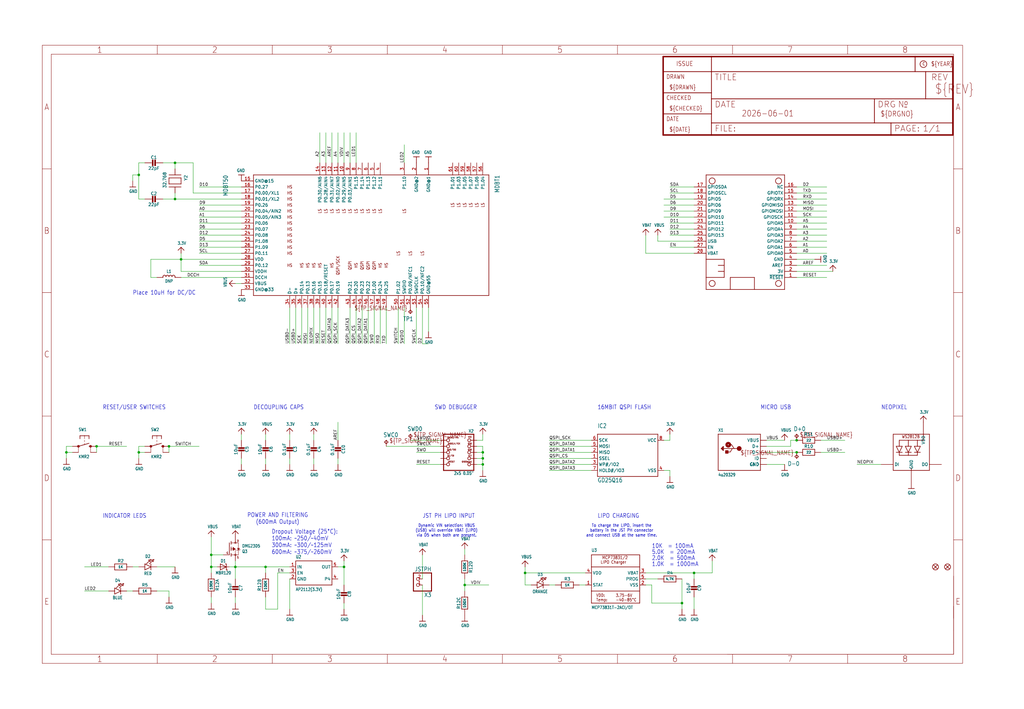
<source format=kicad_sch>
(kicad_sch (version 20230121) (generator eeschema)
  (paper "User" 430.962 298.602)
  (junction (at 111.76 238.76))
  (junction (at 99.06 238.76))
  (junction (at 335.28 190.5))
  (junction (at 71.12 187.96))
  (junction (at 73.66 83.82))
  (junction (at 40.64 187.96))
  (junction (at 203.2 193.04))
  (junction (at 58.42 190.5))
  (junction (at 195.58 246.38))
  (junction (at 58.42 73.66))
  (junction (at 73.66 68.58))
  (junction (at 88.9 233.68))
  (junction (at 76.2 109.22))
  (junction (at 88.9 238.76))
  (junction (at 292.1 241.3))
  (junction (at 287.02 254))
  (junction (at 144.78 238.76))
  (junction (at 335.28 185.42))
  (junction (at 27.94 190.5))
  (junction (at 203.2 190.5))
  (junction (at 220.98 241.3))
  (junction (at 203.2 195.58))
  (wire (pts (xy 200.66 187.96) (xy 203.2 187.96)) (stroke (width 0.1524)))
  (wire (pts (xy 134.62 129.54) (xy 134.62 144.78)) (stroke (width 0.1524)))
  (wire (pts (xy 137.16 68.58) (xy 137.16 55.88)) (stroke (width 0.1524)))
  (wire (pts (xy 370.84 195.58) (xy 360.68 195.58)) (stroke (width 0.1524)))
  (wire (pts (xy 231.14 246.38) (xy 233.68 246.38)) (stroke (width 0.1524)))
  (wire (pts (xy 40.64 187.96) (xy 40.64 190.5)) (stroke (width 0.1524)))
  (wire (pts (xy 271.78 246.38) (xy 274.32 246.38)) (stroke (width 0.1524)))
  (wire (pts (xy 292.1 101.6) (xy 276.86 101.6)) (stroke (width 0.1524)))
  (wire (pts (xy 231.14 193.04) (xy 248.92 193.04)) (stroke (width 0.1524)))
  (wire (pts (xy 335.28 114.3) (xy 350.52 114.3)) (stroke (width 0.1524)))
  (wire (pts (xy 332.74 185.42) (xy 335.28 185.42)) (stroke (width 0.1524)))
  (wire (pts (xy 177.8 259.08) (xy 177.8 246.38)) (stroke (width 0.1524)))
  (wire (pts (xy 279.4 185.42) (xy 281.94 185.42)) (stroke (width 0.1524)))
  (wire (pts (xy 27.94 190.5) (xy 27.94 193.04)) (stroke (width 0.1524)))
  (wire (pts (xy 60.96 187.96) (xy 58.42 187.96)) (stroke (width 0.1524)))
  (wire (pts (xy 231.14 190.5) (xy 248.92 190.5)) (stroke (width 0.1524)))
  (wire (pts (xy 279.4 86.36) (xy 292.1 86.36)) (stroke (width 0.1524)))
  (wire (pts (xy 142.24 238.76) (xy 144.78 238.76)) (stroke (width 0.1524)))
  (wire (pts (xy 287.02 254) (xy 287.02 256.54)) (stroke (width 0.1524)))
  (wire (pts (xy 101.6 111.76) (xy 83.82 111.76)) (stroke (width 0.1524)))
  (wire (pts (xy 274.32 254) (xy 287.02 254)) (stroke (width 0.1524)))
  (wire (pts (xy 40.64 187.96) (xy 53.34 187.96)) (stroke (width 0.1524)))
  (wire (pts (xy 101.6 78.74) (xy 83.82 78.74)) (stroke (width 0.1524)))
  (wire (pts (xy 292.1 78.74) (xy 281.94 78.74)) (stroke (width 0.1524)))
  (wire (pts (xy 58.42 83.82) (xy 60.96 83.82)) (stroke (width 0.1524)))
  (wire (pts (xy 53.34 248.92) (xy 55.88 248.92)) (stroke (width 0.1524)))
  (wire (pts (xy 347.98 88.9) (xy 335.28 88.9)) (stroke (width 0.1524)))
  (wire (pts (xy 195.58 243.84) (xy 195.58 246.38)) (stroke (width 0.1524)))
  (wire (pts (xy 160.02 129.54) (xy 160.02 144.78)) (stroke (width 0.1524)))
  (wire (pts (xy 121.92 144.78) (xy 121.92 129.54)) (stroke (width 0.1524)))
  (wire (pts (xy 299.72 236.22) (xy 299.72 241.3)) (stroke (width 0.1524)))
  (wire (pts (xy 144.78 254) (xy 144.78 256.54)) (stroke (width 0.1524)))
  (wire (pts (xy 195.58 231.14) (xy 195.58 233.68)) (stroke (width 0.1524)))
  (wire (pts (xy 116.84 241.3) (xy 116.84 256.54)) (stroke (width 0.1524)))
  (wire (pts (xy 111.76 256.54) (xy 111.76 251.46)) (stroke (width 0.1524)))
  (wire (pts (xy 271.78 106.68) (xy 271.78 99.06)) (stroke (width 0.1524)))
  (wire (pts (xy 27.94 187.96) (xy 27.94 190.5)) (stroke (width 0.1524)))
  (wire (pts (xy 30.48 190.5) (xy 27.94 190.5)) (stroke (width 0.1524)))
  (wire (pts (xy 149.86 144.78) (xy 149.86 129.54)) (stroke (width 0.1524)))
  (wire (pts (xy 111.76 185.42) (xy 111.76 182.88)) (stroke (width 0.1524)))
  (wire (pts (xy 124.46 129.54) (xy 124.46 144.78)) (stroke (width 0.1524)))
  (wire (pts (xy 276.86 101.6) (xy 276.86 99.06)) (stroke (width 0.1524)))
  (wire (pts (xy 279.4 88.9) (xy 292.1 88.9)) (stroke (width 0.1524)))
  (wire (pts (xy 292.1 241.3) (xy 271.78 241.3)) (stroke (width 0.1524)))
  (wire (pts (xy 335.28 111.76) (xy 347.98 111.76)) (stroke (width 0.1524)))
  (wire (pts (xy 101.6 119.38) (xy 99.06 119.38)) (stroke (width 0.1524)))
  (wire (pts (xy 60.96 68.58) (xy 58.42 68.58)) (stroke (width 0.1524)))
  (wire (pts (xy 139.7 144.78) (xy 139.7 129.54)) (stroke (width 0.1524)))
  (wire (pts (xy 101.6 104.14) (xy 83.82 104.14)) (stroke (width 0.1524)))
  (wire (pts (xy 139.7 68.58) (xy 139.7 55.88)) (stroke (width 0.1524)))
  (wire (pts (xy 335.28 106.68) (xy 347.98 106.68)) (stroke (width 0.1524)))
  (wire (pts (xy 88.9 254) (xy 88.9 251.46)) (stroke (width 0.1524)))
  (wire (pts (xy 292.1 106.68) (xy 271.78 106.68)) (stroke (width 0.1524)))
  (wire (pts (xy 335.28 99.06) (xy 347.98 99.06)) (stroke (width 0.1524)))
  (wire (pts (xy 335.28 96.52) (xy 347.98 96.52)) (stroke (width 0.1524)))
  (wire (pts (xy 66.04 248.92) (xy 71.12 248.92)) (stroke (width 0.1524)))
  (wire (pts (xy 335.28 83.82) (xy 347.98 83.82)) (stroke (width 0.1524)))
  (wire (pts (xy 170.18 68.58) (xy 170.18 60.96)) (stroke (width 0.1524)))
  (wire (pts (xy 200.66 185.42) (xy 203.2 185.42)) (stroke (width 0.1524)))
  (wire (pts (xy 73.66 68.58) (xy 73.66 71.12)) (stroke (width 0.1524)))
  (wire (pts (xy 121.92 193.04) (xy 121.92 195.58)) (stroke (width 0.1524)))
  (wire (pts (xy 292.1 241.3) (xy 299.72 241.3)) (stroke (width 0.1524)))
  (wire (pts (xy 63.5 109.22) (xy 76.2 109.22)) (stroke (width 0.1524)))
  (wire (pts (xy 76.2 114.3) (xy 76.2 109.22)) (stroke (width 0.1524)))
  (wire (pts (xy 274.32 246.38) (xy 274.32 254)) (stroke (width 0.1524)))
  (wire (pts (xy 132.08 193.04) (xy 132.08 195.58)) (stroke (width 0.1524)))
  (wire (pts (xy 154.94 129.54) (xy 154.94 144.78)) (stroke (width 0.1524)))
  (wire (pts (xy 99.06 238.76) (xy 111.76 238.76)) (stroke (width 0.1524)))
  (wire (pts (xy 91.44 238.76) (xy 88.9 238.76)) (stroke (width 0.1524)))
  (wire (pts (xy 167.64 129.54) (xy 167.64 144.78)) (stroke (width 0.1524)))
  (wire (pts (xy 335.28 101.6) (xy 347.98 101.6)) (stroke (width 0.1524)))
  (wire (pts (xy 220.98 238.76) (xy 220.98 241.3)) (stroke (width 0.1524)))
  (wire (pts (xy 121.92 243.84) (xy 121.92 256.54)) (stroke (width 0.1524)))
  (wire (pts (xy 68.58 83.82) (xy 73.66 83.82)) (stroke (width 0.1524)))
  (wire (pts (xy 144.78 68.58) (xy 144.78 55.88)) (stroke (width 0.1524)))
  (wire (pts (xy 99.06 236.22) (xy 99.06 238.76)) (stroke (width 0.1524)))
  (wire (pts (xy 96.52 238.76) (xy 99.06 238.76)) (stroke (width 0.1524)))
  (wire (pts (xy 88.9 238.76) (xy 88.9 233.68)) (stroke (width 0.1524)))
  (wire (pts (xy 281.94 198.12) (xy 281.94 200.66)) (stroke (width 0.1524)))
  (wire (pts (xy 162.56 129.54) (xy 162.56 144.78)) (stroke (width 0.1524)))
  (wire (pts (xy 132.08 129.54) (xy 132.08 144.78)) (stroke (width 0.1524)))
  (wire (pts (xy 111.76 241.3) (xy 111.76 238.76)) (stroke (width 0.1524)))
  (wire (pts (xy 271.78 243.84) (xy 276.86 243.84)) (stroke (width 0.1524)))
  (wire (pts (xy 76.2 109.22) (xy 76.2 106.68)) (stroke (width 0.1524)))
  (wire (pts (xy 81.28 81.28) (xy 101.6 81.28)) (stroke (width 0.1524)))
  (wire (pts (xy 71.12 187.96) (xy 83.82 187.96)) (stroke (width 0.1524)))
  (wire (pts (xy 101.6 114.3) (xy 76.2 114.3)) (stroke (width 0.1524)))
  (wire (pts (xy 195.58 246.38) (xy 195.58 248.92)) (stroke (width 0.1524)))
  (wire (pts (xy 142.24 144.78) (xy 142.24 129.54)) (stroke (width 0.1524)))
  (wire (pts (xy 101.6 96.52) (xy 83.82 96.52)) (stroke (width 0.1524)))
  (wire (pts (xy 279.4 91.44) (xy 292.1 91.44)) (stroke (width 0.1524)))
  (wire (pts (xy 185.42 195.58) (xy 175.26 195.58)) (stroke (width 0.1524)))
  (wire (pts (xy 185.42 185.42) (xy 172.72 185.42)) (stroke (width 0.1524)))
  (wire (pts (xy 342.9 109.22) (xy 335.28 109.22)) (stroke (width 0.1524)))
  (wire (pts (xy 195.58 246.38) (xy 205.74 246.38)) (stroke (width 0.1524)))
  (wire (pts (xy 71.12 187.96) (xy 71.12 190.5)) (stroke (width 0.1524)))
  (wire (pts (xy 248.92 187.96) (xy 231.14 187.96)) (stroke (width 0.1524)))
  (wire (pts (xy 142.24 68.58) (xy 142.24 55.88)) (stroke (width 0.1524)))
  (wire (pts (xy 58.42 190.5) (xy 58.42 193.04)) (stroke (width 0.1524)))
  (wire (pts (xy 101.6 185.42) (xy 101.6 182.88)) (stroke (width 0.1524)))
  (wire (pts (xy 200.66 195.58) (xy 203.2 195.58)) (stroke (width 0.1524)))
  (wire (pts (xy 142.24 195.58) (xy 142.24 193.04)) (stroke (width 0.1524)))
  (wire (pts (xy 157.48 129.54) (xy 157.48 144.78)) (stroke (width 0.1524)))
  (wire (pts (xy 177.8 233.68) (xy 177.8 243.84)) (stroke (width 0.1524)))
  (wire (pts (xy 45.72 248.92) (xy 35.56 248.92)) (stroke (width 0.1524)))
  (wire (pts (xy 30.48 187.96) (xy 27.94 187.96)) (stroke (width 0.1524)))
  (wire (pts (xy 132.08 185.42) (xy 132.08 182.88)) (stroke (width 0.1524)))
  (wire (pts (xy 101.6 193.04) (xy 101.6 195.58)) (stroke (width 0.1524)))
  (wire (pts (xy 83.82 91.44) (xy 101.6 91.44)) (stroke (width 0.1524)))
  (wire (pts (xy 66.04 116.84) (xy 63.5 116.84)) (stroke (width 0.1524)))
  (wire (pts (xy 147.32 144.78) (xy 147.32 129.54)) (stroke (width 0.1524)))
  (wire (pts (xy 292.1 83.82) (xy 279.4 83.82)) (stroke (width 0.1524)))
  (wire (pts (xy 322.58 187.96) (xy 332.74 187.96)) (stroke (width 0.1524)))
  (wire (pts (xy 101.6 88.9) (xy 83.82 88.9)) (stroke (width 0.1524)))
  (wire (pts (xy 111.76 193.04) (xy 111.76 195.58)) (stroke (width 0.1524)))
  (wire (pts (xy 281.94 93.98) (xy 292.1 93.98)) (stroke (width 0.1524)))
  (wire (pts (xy 332.74 187.96) (xy 332.74 185.42)) (stroke (width 0.1524)))
  (wire (pts (xy 335.28 81.28) (xy 347.98 81.28)) (stroke (width 0.1524)))
  (wire (pts (xy 220.98 241.3) (xy 246.38 241.3)) (stroke (width 0.1524)))
  (wire (pts (xy 71.12 248.92) (xy 71.12 251.46)) (stroke (width 0.1524)))
  (wire (pts (xy 347.98 86.36) (xy 335.28 86.36)) (stroke (width 0.1524)))
  (wire (pts (xy 355.6 185.42) (xy 345.44 185.42)) (stroke (width 0.1524)))
  (wire (pts (xy 60.96 190.5) (xy 58.42 190.5)) (stroke (width 0.1524)))
  (wire (pts (xy 203.2 193.04) (xy 203.2 195.58)) (stroke (width 0.1524)))
  (wire (pts (xy 281.94 185.42) (xy 281.94 182.88)) (stroke (width 0.1524)))
  (wire (pts (xy 58.42 238.76) (xy 55.88 238.76)) (stroke (width 0.1524)))
  (wire (pts (xy 101.6 109.22) (xy 76.2 109.22)) (stroke (width 0.1524)))
  (wire (pts (xy 83.82 106.68) (xy 101.6 106.68)) (stroke (width 0.1524)))
  (wire (pts (xy 101.6 116.84) (xy 76.2 116.84)) (stroke (width 0.1524)))
  (wire (pts (xy 335.28 104.14) (xy 347.98 104.14)) (stroke (width 0.1524)))
  (wire (pts (xy 203.2 190.5) (xy 203.2 193.04)) (stroke (width 0.1524)))
  (wire (pts (xy 292.1 243.84) (xy 292.1 241.3)) (stroke (width 0.1524)))
  (wire (pts (xy 99.06 243.84) (xy 99.06 238.76)) (stroke (width 0.1524)))
  (wire (pts (xy 93.98 233.68) (xy 88.9 233.68)) (stroke (width 0.1524)))
  (wire (pts (xy 185.42 190.5) (xy 175.26 190.5)) (stroke (width 0.1524)))
  (wire (pts (xy 248.92 185.42) (xy 231.14 185.42)) (stroke (width 0.1524)))
  (wire (pts (xy 347.98 116.84) (xy 335.28 116.84)) (stroke (width 0.1524)))
  (wire (pts (xy 335.28 78.74) (xy 347.98 78.74)) (stroke (width 0.1524)))
  (wire (pts (xy 322.58 195.58) (xy 330.2 195.58)) (stroke (width 0.1524)))
  (wire (pts (xy 83.82 101.6) (xy 101.6 101.6)) (stroke (width 0.1524)))
  (wire (pts (xy 292.1 251.46) (xy 292.1 256.54)) (stroke (width 0.1524)))
  (wire (pts (xy 45.72 238.76) (xy 35.56 238.76)) (stroke (width 0.1524)))
  (wire (pts (xy 121.92 238.76) (xy 111.76 238.76)) (stroke (width 0.1524)))
  (wire (pts (xy 152.4 129.54) (xy 152.4 144.78)) (stroke (width 0.1524)))
  (wire (pts (xy 220.98 246.38) (xy 220.98 241.3)) (stroke (width 0.1524)))
  (wire (pts (xy 335.28 91.44) (xy 347.98 91.44)) (stroke (width 0.1524)))
  (wire (pts (xy 142.24 185.42) (xy 142.24 177.8)) (stroke (width 0.1524)))
  (wire (pts (xy 144.78 246.38) (xy 144.78 238.76)) (stroke (width 0.1524)))
  (wire (pts (xy 121.92 185.42) (xy 121.92 182.88)) (stroke (width 0.1524)))
  (wire (pts (xy 292.1 81.28) (xy 281.94 81.28)) (stroke (width 0.1524)))
  (wire (pts (xy 243.84 246.38) (xy 246.38 246.38)) (stroke (width 0.1524)))
  (wire (pts (xy 81.28 81.28) (xy 81.28 68.58)) (stroke (width 0.1524)))
  (wire (pts (xy 101.6 83.82) (xy 73.66 83.82)) (stroke (width 0.1524)))
  (wire (pts (xy 101.6 99.06) (xy 83.82 99.06)) (stroke (width 0.1524)))
  (wire (pts (xy 129.54 129.54) (xy 129.54 144.78)) (stroke (width 0.1524)))
  (wire (pts (xy 137.16 129.54) (xy 137.16 144.78)) (stroke (width 0.1524)))
  (wire (pts (xy 63.5 116.84) (xy 63.5 109.22)) (stroke (width 0.1524)))
  (wire (pts (xy 292.1 104.14) (xy 281.94 104.14)) (stroke (width 0.1524)))
  (wire (pts (xy 58.42 187.96) (xy 58.42 190.5)) (stroke (width 0.1524)))
  (wire (pts (xy 73.66 238.76) (xy 66.04 238.76)) (stroke (width 0.1524)))
  (wire (pts (xy 99.06 251.46) (xy 99.06 254)) (stroke (width 0.1524)))
  (wire (pts (xy 281.94 96.52) (xy 292.1 96.52)) (stroke (width 0.1524)))
  (wire (pts (xy 88.9 233.68) (xy 88.9 226.06)) (stroke (width 0.1524)))
  (wire (pts (xy 177.8 144.78) (xy 180.34 144.78)) (stroke (width 0.1524)))
  (wire (pts (xy 134.62 68.58) (xy 134.62 55.88)) (stroke (width 0.1524)))
  (wire (pts (xy 144.78 238.76) (xy 144.78 236.22)) (stroke (width 0.1524)))
  (wire (pts (xy 147.32 68.58) (xy 147.32 55.88)) (stroke (width 0.1524)))
  (wire (pts (xy 200.66 190.5) (xy 203.2 190.5)) (stroke (width 0.1524)))
  (wire (pts (xy 55.88 73.66) (xy 58.42 73.66)) (stroke (width 0.1524)))
  (wire (pts (xy 68.58 68.58) (xy 73.66 68.58)) (stroke (width 0.1524)))
  (wire (pts (xy 330.2 185.42) (xy 322.58 185.42)) (stroke (width 0.1524)))
  (wire (pts (xy 55.88 76.2) (xy 55.88 73.66)) (stroke (width 0.1524)))
  (wire (pts (xy 101.6 86.36) (xy 83.82 86.36)) (stroke (width 0.1524)))
  (wire (pts (xy 279.4 198.12) (xy 281.94 198.12)) (stroke (width 0.1524)))
  (wire (pts (xy 81.28 68.58) (xy 73.66 68.58)) (stroke (width 0.1524)))
  (wire (pts (xy 203.2 195.58) (xy 203.2 198.12)) (stroke (width 0.1524)))
  (wire (pts (xy 101.6 93.98) (xy 83.82 93.98)) (stroke (width 0.1524)))
  (wire (pts (xy 58.42 73.66) (xy 58.42 83.82)) (stroke (width 0.1524)))
  (wire (pts (xy 355.6 190.5) (xy 345.44 190.5)) (stroke (width 0.1524)))
  (wire (pts (xy 281.94 99.06) (xy 292.1 99.06)) (stroke (width 0.1524)))
  (wire (pts (xy 203.2 187.96) (xy 203.2 190.5)) (stroke (width 0.1524)))
  (wire (pts (xy 149.86 68.58) (xy 149.86 55.88)) (stroke (width 0.1524)))
  (wire (pts (xy 121.92 241.3) (xy 116.84 241.3)) (stroke (width 0.1524)))
  (wire (pts (xy 88.9 241.3) (xy 88.9 238.76)) (stroke (width 0.1524)))
  (wire (pts (xy 287.02 243.84) (xy 287.02 254)) (stroke (width 0.1524)))
  (wire (pts (xy 203.2 185.42) (xy 203.2 182.88)) (stroke (width 0.1524)))
  (wire (pts (xy 322.58 190.5) (xy 335.28 190.5)) (stroke (width 0.1524)))
  (wire (pts (xy 231.14 195.58) (xy 248.92 195.58)) (stroke (width 0.1524)))
  (wire (pts (xy 58.42 68.58) (xy 58.42 73.66)) (stroke (width 0.1524)))
  (wire (pts (xy 177.8 129.54) (xy 177.8 144.78)) (stroke (width 0.1524)))
  (wire (pts (xy 335.28 93.98) (xy 347.98 93.98)) (stroke (width 0.1524)))
  (wire (pts (xy 170.18 129.54) (xy 170.18 144.78)) (stroke (width 0.1524)))
  (wire (pts (xy 162.56 187.96) (xy 185.42 187.96)) (stroke (width 0.1524)))
  (wire (pts (xy 116.84 256.54) (xy 111.76 256.54)) (stroke (width 0.1524)))
  (wire (pts (xy 127 129.54) (xy 127 144.78)) (stroke (width 0.1524)))
  (wire (pts (xy 200.66 193.04) (xy 203.2 193.04)) (stroke (width 0.1524)))
  (wire (pts (xy 175.26 129.54) (xy 175.26 144.78)) (stroke (width 0.1524)))
  (wire (pts (xy 73.66 83.82) (xy 73.66 81.28)) (stroke (width 0.1524)))
  (wire (pts (xy 223.52 246.38) (xy 220.98 246.38)) (stroke (width 0.1524)))
  (wire (pts (xy 180.34 139.7) (xy 180.34 129.54)) (stroke (width 0.1524)))
  (wire (pts (xy 231.14 198.12) (xy 248.92 198.12)) (stroke (width 0.1524)))
  (text "16MBIT QSPI FLASH" (at 251.46 172.72 0) (effects (font (size 1.778 1.5113)) (justify left bottom)))
  (text "To charge the LIPO, insert the\nbattery in the JST PH connector\nand connect USB at the same time." (at 261.62 223.52 0) (effects (font (size 1.27 1.0795))))
  (text "Dropout Voltage (25°C):\n100mA: ~250/~40mV\n300mA: ~300/~125mV\n600mA: ~375/~260mV" (at 114.3 233.68 0) (effects (font (size 1.778 1.5113)) (justify left bottom)))
  (text "INDICATOR LEDS" (at 43.18 218.44 0) (effects (font (size 1.778 1.5113)) (justify left bottom)))
  (text "LIPO CHARGING" (at 251.46 218.44 0) (effects (font (size 1.778 1.5113)) (justify left bottom)))
  (text "Place 10uH for DC/DC" (at 55.88 124.46 0) (effects (font (size 1.778 1.5113)) (justify left bottom)))
  (text "NEOPIXEL" (at 370.84 172.72 0) (effects (font (size 1.778 1.5113)) (justify left bottom)))
  (text "JST PH LIPO INPUT" (at 177.8 218.44 0) (effects (font (size 1.778 1.5113)) (justify left bottom)))
  (text "POWER AND FILTERING\n(600mA Output)" (at 116.84 220.98 0) (effects (font (size 1.778 1.5113)) (justify bottom)))
  (text "5.0K  = 200mA" (at 274.32 233.68 0) (effects (font (size 1.778 1.5113)) (justify left bottom)))
  (text "RESET/USER SWITCHES" (at 43.18 172.72 0) (effects (font (size 1.778 1.5113)) (justify left bottom)))
  (text "1.0K  = 1000mA" (at 274.32 238.76 0) (effects (font (size 1.778 1.5113)) (justify left bottom)))
  (text "2.0K  = 500mA" (at 274.32 236.22 0) (effects (font (size 1.778 1.5113)) (justify left bottom)))
  (text "MICRO USB" (at 320.04 172.72 0) (effects (font (size 1.778 1.5113)) (justify left bottom)))
  (text "SWD DEBUGGER" (at 182.88 172.72 0) (effects (font (size 1.778 1.5113)) (justify left bottom)))
  (text "DECOUPLING CAPS" (at 106.68 172.72 0) (effects (font (size 1.778 1.5113)) (justify left bottom)))
  (text "10K  = 100mA" (at 274.32 231.14 0) (effects (font (size 1.778 1.5113)) (justify left bottom)))
  (text "Dynamic VIN selection: VBUS\n(USB) will override VBAT (LIPO)\nvia D5 when both are present." (at 187.96 223.52 0) (effects (font (size 1.27 1.0795))))
  (label "A1" (at 337.82 104.14 0) (effects (font (size 1.2446 1.2446))))
  (label "SWDIO" (at 170.18 144.78 90) (effects (font (size 1.2446 1.2446))))
  (label "D11" (at 281.94 93.98 0) (effects (font (size 1.2446 1.2446))))
  (label "A2" (at 337.82 101.6 0) (effects (font (size 1.2446 1.2446))))
  (label "A4" (at 337.82 96.52 0) (effects (font (size 1.2446 1.2446))))
  (label "RXD" (at 337.82 83.82 0) (effects (font (size 1.2446 1.2446))))
  (label "NEOPIX" (at 132.08 144.78 90) (effects (font (size 1.2446 1.2446))))
  (label "SCK" (at 127 144.78 90) (effects (font (size 1.2446 1.2446))))
  (label "A2" (at 134.62 66.04 90) (effects (font (size 1.2446 1.2446))))
  (label "DCCH" (at 78.74 116.84 0) (effects (font (size 1.2446 1.2446))))
  (label "NEOPIX" (at 360.68 195.58 0) (effects (font (size 1.2446 1.2446))))
  (label "SWDIO" (at 175.26 185.42 0) (effects (font (size 1.2446 1.2446))))
  (label "A0" (at 83.82 88.9 0) (effects (font (size 1.2446 1.2446))))
  (label "QSPI_CS" (at 231.14 193.04 0) (effects (font (size 1.2446 1.2446))))
  (label "SWITCH" (at 167.64 144.78 90) (effects (font (size 1.2446 1.2446))))
  (label "SCL" (at 83.82 106.68 0) (effects (font (size 1.2446 1.2446))))
  (label "LED1" (at 38.1 238.76 0) (effects (font (size 1.2446 1.2446))))
  (label "LED2" (at 35.56 248.92 0) (effects (font (size 1.2446 1.2446))))
  (label "D5" (at 83.82 101.6 0) (effects (font (size 1.2446 1.2446))))
  (label "A0" (at 337.82 106.68 0) (effects (font (size 1.2446 1.2446))))
  (label "SWCLK" (at 175.26 144.78 90) (effects (font (size 1.2446 1.2446))))
  (label "MOSI" (at 129.54 144.78 90) (effects (font (size 1.2446 1.2446))))
  (label "QSPI_CS" (at 149.86 144.78 90) (effects (font (size 1.2446 1.2446))))
  (label "SWO" (at 157.48 144.78 90) (effects (font (size 1.2446 1.2446))))
  (label "D9" (at 83.82 86.36 0) (effects (font (size 1.2446 1.2446))))
  (label "TXD" (at 337.82 81.28 0) (effects (font (size 1.2446 1.2446))))
  (label "A3" (at 137.16 66.04 90) (effects (font (size 1.2446 1.2446))))
  (label "USBD+" (at 347.98 185.42 0) (effects (font (size 1.2446 1.2446))))
  (label "QSPI_DATA1" (at 154.94 144.78 90) (effects (font (size 1.2446 1.2446))))
  (label "D10" (at 281.94 91.44 0) (effects (font (size 1.2446 1.2446))))
  (label "A4" (at 142.24 66.04 90) (effects (font (size 1.2446 1.2446))))
  (label "EN" (at 116.84 241.3 0) (effects (font (size 1.2446 1.2446))))
  (label "LED1" (at 149.86 66.04 90) (effects (font (size 1.2446 1.2446))))
  (label "USBD-" (at 347.98 190.5 0) (effects (font (size 1.2446 1.2446))))
  (label "QSPI_DATA2" (at 231.14 195.58 0) (effects (font (size 1.2446 1.2446))))
  (label "D10" (at 83.82 78.74 0) (effects (font (size 1.2446 1.2446))))
  (label "TXD" (at 162.56 144.78 90) (effects (font (size 1.2446 1.2446))))
  (label "AREF" (at 139.7 66.04 90) (effects (font (size 1.2446 1.2446))))
  (label "QSPI_SCK" (at 142.24 144.78 90) (effects (font (size 1.2446 1.2446))))
  (label "D12" (at 281.94 96.52 0) (effects (font (size 1.2446 1.2446))))
  (label "EN" (at 281.94 104.14 0) (effects (font (size 1.2446 1.2446))))
  (label "D13" (at 83.82 104.14 0) (effects (font (size 1.2446 1.2446))))
  (label "A1" (at 83.82 91.44 0) (effects (font (size 1.2446 1.2446))))
  (label "D6" (at 281.94 86.36 0) (effects (font (size 1.2446 1.2446))))
  (label "QSPI_SCK" (at 231.14 185.42 0) (effects (font (size 1.2446 1.2446))))
  (label "RXD" (at 160.02 144.78 90) (effects (font (size 1.2446 1.2446))))
  (label "USBD-" (at 121.92 144.78 90) (effects (font (size 1.2446 1.2446))))
  (label "SWO" (at 175.26 190.5 0) (effects (font (size 1.2446 1.2446))))
  (label "RESET" (at 337.82 116.84 0) (effects (font (size 1.2446 1.2446))))
  (label "D6" (at 83.82 96.52 0) (effects (font (size 1.2446 1.2446))))
  (label "SDA" (at 281.94 78.74 0) (effects (font (size 1.2446 1.2446))))
  (label "RESET" (at 45.72 187.96 0) (effects (font (size 1.2446 1.2446))))
  (label "QSPI_DATA1" (at 231.14 190.5 0) (effects (font (size 1.2446 1.2446))))
  (label "D11" (at 83.82 93.98 0) (effects (font (size 1.2446 1.2446))))
  (label "SWCLK" (at 175.26 187.96 0) (effects (font (size 1.2446 1.2446))))
  (label "QSPI_DATA0" (at 139.7 144.78 90) (effects (font (size 1.2446 1.2446))))
  (label "SCK" (at 337.82 91.44 0) (effects (font (size 1.2446 1.2446))))
  (label "LED2" (at 170.18 68.58 90) (effects (font (size 1.2446 1.2446))))
  (label "D5" (at 281.94 83.82 0) (effects (font (size 1.2446 1.2446))))
  (label "SWITCH" (at 73.66 187.96 0) (effects (font (size 1.2446 1.2446))))
  (label "SDA" (at 83.82 111.76 0) (effects (font (size 1.2446 1.2446))))
  (label "AREF" (at 337.82 111.76 0) (effects (font (size 1.2446 1.2446))))
  (label "A3" (at 337.82 99.06 0) (effects (font (size 1.2446 1.2446))))
  (label "A5" (at 337.82 93.98 0) (effects (font (size 1.2446 1.2446))))
  (label "USBD+" (at 124.46 144.78 90) (effects (font (size 1.2446 1.2446))))
  (label "RESET" (at 175.26 195.58 0) (effects (font (size 1.2446 1.2446))))
  (label "AREF" (at 142.24 185.42 90) (effects (font (size 1.2446 1.2446))))
  (label "D9" (at 281.94 88.9 0) (effects (font (size 1.2446 1.2446))))
  (label "QSPI_DATA2" (at 152.4 144.78 90) (effects (font (size 1.2446 1.2446))))
  (label "SCL" (at 281.94 81.28 0) (effects (font (size 1.2446 1.2446))))
  (label "D2" (at 337.82 78.74 0) (effects (font (size 1.2446 1.2446))))
  (label "VDIV" (at 144.78 66.04 90) (effects (font (size 1.2446 1.2446))))
  (label "A5" (at 147.32 66.04 90) (effects (font (size 1.2446 1.2446))))
  (label "D2" (at 177.8 144.78 90) (effects (font (size 1.2446 1.2446))))
  (label "MISO" (at 134.62 144.78 90) (effects (font (size 1.2446 1.2446))))
  (label "MOSI" (at 337.82 88.9 0) (effects (font (size 1.2446 1.2446))))
  (label "QSPI_DATA3" (at 231.14 198.12 0) (effects (font (size 1.2446 1.2446))))
  (label "RESET" (at 137.16 144.78 90) (effects (font (size 1.2446 1.2446))))
  (label "MISO" (at 337.82 86.36 0) (effects (font (size 1.2446 1.2446))))
  (label "D12" (at 83.82 99.06 0) (effects (font (size 1.2446 1.2446))))
  (label "VBUS" (at 322.58 185.42 0) (effects (font (size 1.2446 1.2446))))
  (label "VDIV" (at 198.12 246.38 0) (effects (font (size 1.2446 1.2446))))
  (label "QSPI_DATA3" (at 147.32 144.78 90) (effects (font (size 1.2446 1.2446))))
  (label "QSPI_DATA0" (at 231.14 187.96 0) (effects (font (size 1.2446 1.2446))))
  (label "D13" (at 281.94 99.06 0) (effects (font (size 1.2446 1.2446))))
  (symbol (lib_id "Adafruit nRF52840 Bluefruit Feather Express Rev D-eagle-import:CAP_CERAMIC0805-NOOUTLINE") (at 101.6 187.96 180) (unit 1)
    (property "Reference" "C5" (at 103.89 189.21 90))
    (property "Value" "10uF" (at 99.3 189.21 90))
    (property "Footprint" "Adafruit nRF52840 Bluefruit Feather Express Rev D:0805-NO" (effects hide))
  )
  (symbol (lib_id "Adafruit nRF52840 Bluefruit Feather Express Rev D-eagle-import:CAP_CERAMIC0805-NOOUTLINE") (at 292.1 246.38 180) (unit 1)
    (property "Reference" "C9" (at 294.39 247.63 90))
    (property "Value" "10uF" (at 289.8 247.63 90))
    (property "Footprint" "Adafruit nRF52840 Bluefruit Feather Express Rev D:0805-NO" (effects hide))
  )
  (symbol (lib_id "Adafruit nRF52840 Bluefruit Feather Express Rev D-eagle-import:VBUS") (at 88.9 223.52 0) (unit 1)
    (property "Reference" "#U$13" (effects hide))
    (property "Value" "VBUS" (at 87.376 222.504 0) (effects (font (size 1.27 1.0795)) (justify left bottom)))
  )
  (symbol (lib_id "Adafruit nRF52840 Bluefruit Feather Express Rev D-eagle-import:3.3V") (at 76.2 104.14 0) (unit 1)
    (property "Reference" "#U$47" (effects hide))
    (property "Value" "3.3V" (at 74.676 103.124 0) (effects (font (size 1.27 1.0795)) (justify left bottom)))
  )
  (symbol (lib_id "Adafruit nRF52840 Bluefruit Feather Express Rev D-eagle-import:GND") (at 121.92 198.12 0) (unit 1)
    (property "Reference" "#U$34" (effects hide))
    (property "Value" "GND" (at 120.396 200.66 0) (effects (font (size 1.27 1.0795)) (justify left bottom)))
  )
  (symbol (lib_id "Adafruit nRF52840 Bluefruit Feather Express Rev D-eagle-import:VBUS") (at 96.52 119.38 90) (unit 1)
    (property "Reference" "#U$23" (effects hide))
    (property "Value" "VBUS" (at 95.504 120.904 0) (effects (font (size 1.27 1.0795)) (justify left bottom)))
  )
  (symbol (lib_id "Adafruit nRF52840 Bluefruit Feather Express Rev D-eagle-import:3.3V") (at 144.78 233.68 0) (unit 1)
    (property "Reference" "#U$11" (effects hide))
    (property "Value" "3.3V" (at 143.256 232.664 0) (effects (font (size 1.27 1.0795)) (justify left bottom)))
  )
  (symbol (lib_id "Adafruit nRF52840 Bluefruit Feather Express Rev D-eagle-import:GND") (at 71.12 254 0) (unit 1)
    (property "Reference" "#U$46" (effects hide))
    (property "Value" "GND" (at 69.596 256.54 0) (effects (font (size 1.27 1.0795)) (justify left bottom)))
  )
  (symbol (lib_id "Adafruit nRF52840 Bluefruit Feather Express Rev D-eagle-import:LED0805_NOOUTLINE") (at 228.6 246.38 0) (unit 1)
    (property "Reference" "D3" (at 227.33 241.935 0) (effects (font (size 1.27 1.0795))))
    (property "Value" "ORANGE" (at 227.33 249.174 0) (effects (font (size 1.27 1.0795))))
    (property "Footprint" "Adafruit nRF52840 Bluefruit Feather Express Rev D:CHIPLED_0805_NOOUTLINE" (effects hide))
  )
  (symbol (lib_id "Adafruit nRF52840 Bluefruit Feather Express Rev D-eagle-import:USB_MICRO_20329_V2") (at 312.42 190.5 0) (unit 1)
    (property "Reference" "X1" (at 302.26 181.864 0) (effects (font (size 1.27 1.0795)) (justify left bottom)))
    (property "Value" "4u20329" (at 302.26 200.66 0) (effects (font (size 1.27 1.0795)) (justify left bottom)))
    (property "Footprint" "Adafruit nRF52840 Bluefruit Feather Express Rev D:4UCONN_20329_V2" (effects hide))
  )
  (symbol (lib_id "Adafruit nRF52840 Bluefruit Feather Express Rev D-eagle-import:GND") (at 195.58 261.62 0) (unit 1)
    (property "Reference" "#U$57" (effects hide))
    (property "Value" "GND" (at 194.056 264.16 0) (effects (font (size 1.27 1.0795)) (justify left bottom)))
  )
  (symbol (lib_id "Adafruit nRF52840 Bluefruit Feather Express Rev D-eagle-import:3.3V") (at 121.92 180.34 0) (unit 1)
    (property "Reference" "#U$32" (effects hide))
    (property "Value" "3.3V" (at 120.396 179.324 0) (effects (font (size 1.27 1.0795)) (justify left bottom)))
  )
  (symbol (lib_id "Adafruit nRF52840 Bluefruit Feather Express Rev D-eagle-import:GND") (at 180.34 142.24 0) (unit 1)
    (property "Reference" "#U$54" (effects hide))
    (property "Value" "GND" (at 178.816 144.78 0) (effects (font (size 1.27 1.0795)) (justify left bottom)))
  )
  (symbol (lib_id "Adafruit nRF52840 Bluefruit Feather Express Rev D-eagle-import:RESISTOR_0603_NOOUT") (at 340.36 190.5 0) (unit 1)
    (property "Reference" "R10" (at 340.36 187.96 0))
    (property "Value" "22" (at 340.36 190.5 0) (effects (font (size 1.016 1.016) bold)))
    (property "Footprint" "Adafruit nRF52840 Bluefruit Feather Express Rev D:0603-NO" (effects hide))
  )
  (symbol (lib_id "Adafruit nRF52840 Bluefruit Feather Express Rev D-eagle-import:FEATHERWING_NODIM") (at 330.2 121.92 90) (unit 1)
    (property "Reference" "MS1" (effects hide))
    (property "Value" "FEATHERWING_NODIM" (effects hide))
    (property "Footprint" "Adafruit nRF52840 Bluefruit Feather Express Rev D:FEATHERWING_NODIM" (effects hide))
  )
  (symbol (lib_id "Adafruit nRF52840 Bluefruit Feather Express Rev D-eagle-import:LED0805_NOOUTLINE") (at 50.8 248.92 0) (unit 1)
    (property "Reference" "D4" (at 49.53 244.475 0) (effects (font (size 1.27 1.0795))))
    (property "Value" "BLUE" (at 49.53 251.714 0) (effects (font (size 1.27 1.0795))))
    (property "Footprint" "Adafruit nRF52840 Bluefruit Feather Express Rev D:CHIPLED_0805_NOOUTLINE" (effects hide))
  )
  (symbol (lib_id "Adafruit nRF52840 Bluefruit Feather Express Rev D-eagle-import:GND") (at 132.08 198.12 0) (unit 1)
    (property "Reference" "#U$31" (effects hide))
    (property "Value" "GND" (at 130.556 200.66 0) (effects (font (size 1.27 1.0795)) (justify left bottom)))
  )
  (symbol (lib_id "Adafruit nRF52840 Bluefruit Feather Express Rev D-eagle-import:CON_JST_PH_2PIN") (at 175.26 243.84 180) (unit 1)
    (property "Reference" "X3" (at 181.61 249.555 0) (effects (font (size 1.778 1.5113)) (justify left bottom)))
    (property "Value" "JSTPH" (at 181.61 238.76 0) (effects (font (size 1.778 1.5113)) (justify left bottom)))
    (property "Footprint" "Adafruit nRF52840 Bluefruit Feather Express Rev D:JSTPH2" (effects hide))
  )
  (symbol (lib_id "Adafruit nRF52840 Bluefruit Feather Express Rev D-eagle-import:VBAT") (at 99.06 223.52 0) (unit 1)
    (property "Reference" "#U$43" (effects hide))
    (property "Value" "VBAT" (at 97.536 222.504 0) (effects (font (size 1.27 1.0795)) (justify left bottom)))
  )
  (symbol (lib_id "Adafruit nRF52840 Bluefruit Feather Express Rev D-eagle-import:GND") (at 383.54 205.74 0) (unit 1)
    (property "Reference" "#U$60" (effects hide))
    (property "Value" "GND" (at 382.016 208.28 0) (effects (font (size 1.27 1.0795)) (justify left bottom)))
  )
  (symbol (lib_id "Adafruit nRF52840 Bluefruit Feather Express Rev D-eagle-import:GND") (at 121.92 259.08 0) (unit 1)
    (property "Reference" "#U$30" (effects hide))
    (property "Value" "GND" (at 120.396 261.62 0) (effects (font (size 1.27 1.0795)) (justify left bottom)))
  )
  (symbol (lib_id "Adafruit nRF52840 Bluefruit Feather Express Rev D-eagle-import:TPTP10R") (at 172.72 132.08 180) (unit 1)
    (property "Reference" "TP1" (at 173.99 133.35 0) (effects (font (size 1.778 1.5113)) (justify left bottom)))
    (property "Value" "TPTP10R" (effects hide))
    (property "Footprint" "Adafruit nRF52840 Bluefruit Feather Express Rev D:TP10R" (effects hide))
  )
  (symbol (lib_id "Adafruit nRF52840 Bluefruit Feather Express Rev D-eagle-import:GND") (at 287.02 259.08 0) (unit 1)
    (property "Reference" "#U$36" (effects hide))
    (property "Value" "GND" (at 285.496 261.62 0) (effects (font (size 1.27 1.0795)) (justify left bottom)))
  )
  (symbol (lib_id "Adafruit nRF52840 Bluefruit Feather Express Rev D-eagle-import:CAP_CERAMIC0805-NOOUTLINE") (at 99.06 246.38 180) (unit 1)
    (property "Reference" "C7" (at 101.35 247.63 90))
    (property "Value" "10uF" (at 96.76 247.63 90))
    (property "Footprint" "Adafruit nRF52840 Bluefruit Feather Express Rev D:0805-NO" (effects hide))
  )
  (symbol (lib_id "Adafruit nRF52840 Bluefruit Feather Express Rev D-eagle-import:CAP_CERAMIC0603_NO") (at 63.5 68.58 270) (unit 1)
    (property "Reference" "C1" (at 64.75 66.29 90))
    (property "Value" "22pF" (at 64.75 70.88 90))
    (property "Footprint" "Adafruit nRF52840 Bluefruit Feather Express Rev D:0603-NO" (effects hide))
  )
  (symbol (lib_id "Adafruit nRF52840 Bluefruit Feather Express Rev D-eagle-import:VBAT") (at 195.58 228.6 0) (unit 1)
    (property "Reference" "#U$58" (effects hide))
    (property "Value" "VBAT" (at 194.056 227.584 0) (effects (font (size 1.27 1.0795)) (justify left bottom)))
  )
  (symbol (lib_id "Adafruit nRF52840 Bluefruit Feather Express Rev D-eagle-import:TPTP10R") (at 335.28 193.04 180) (unit 1)
    (property "Reference" "D-0" (at 336.55 194.31 0) (effects (font (size 1.778 1.5113)) (justify left bottom)))
    (property "Value" "TPTP10R" (effects hide))
    (property "Footprint" "Adafruit nRF52840 Bluefruit Feather Express Rev D:TP10R" (effects hide))
  )
  (symbol (lib_id "Adafruit nRF52840 Bluefruit Feather Express Rev D-eagle-import:3.3V") (at 281.94 180.34 0) (unit 1)
    (property "Reference" "#U$55" (effects hide))
    (property "Value" "3.3V" (at 280.416 179.324 0) (effects (font (size 1.27 1.0795)) (justify left bottom)))
  )
  (symbol (lib_id "Adafruit nRF52840 Bluefruit Feather Express Rev D-eagle-import:SWITCH_TACT_SMT4.6X2.8") (at 35.56 187.96 0) (unit 1)
    (property "Reference" "SW1" (at 33.02 181.61 0) (effects (font (size 1.27 1.0795)) (justify left bottom)))
    (property "Value" "KMR2" (at 33.02 193.04 0) (effects (font (size 1.27 1.0795)) (justify left bottom)))
    (property "Footprint" "Adafruit nRF52840 Bluefruit Feather Express Rev D:BTN_KMR2_4.6X2.8" (effects hide))
  )
  (symbol (lib_id "Adafruit nRF52840 Bluefruit Feather Express Rev D-eagle-import:VBUS") (at 111.76 180.34 0) (unit 1)
    (property "Reference" "#U$29" (effects hide))
    (property "Value" "VBUS" (at 110.236 179.324 0) (effects (font (size 1.27 1.0795)) (justify left bottom)))
  )
  (symbol (lib_id "Adafruit nRF52840 Bluefruit Feather Express Rev D-eagle-import:TPTP12R") (at 162.56 185.42 0) (unit 1)
    (property "Reference" "SWC0" (at 161.29 184.15 0) (effects (font (size 1.778 1.5113)) (justify left bottom)))
    (property "Value" "TPTP12R" (effects hide))
    (property "Footprint" "Adafruit nRF52840 Bluefruit Feather Express Rev D:TP12R" (effects hide))
  )
  (symbol (lib_id "Adafruit nRF52840 Bluefruit Feather Express Rev D-eagle-import:GND") (at 27.94 195.58 0) (unit 1)
    (property "Reference" "#U$2" (effects hide))
    (property "Value" "GND" (at 26.416 198.12 0) (effects (font (size 1.27 1.0795)) (justify left bottom)))
  )
  (symbol (lib_id "Adafruit nRF52840 Bluefruit Feather Express Rev D-eagle-import:CAP_CERAMIC0603_NO") (at 63.5 83.82 270) (unit 1)
    (property "Reference" "C2" (at 64.75 81.53 90))
    (property "Value" "22pF" (at 64.75 86.12 90))
    (property "Footprint" "Adafruit nRF52840 Bluefruit Feather Express Rev D:0603-NO" (effects hide))
  )
  (symbol (lib_id "Adafruit nRF52840 Bluefruit Feather Express Rev D-eagle-import:RESISTOR_0603_NOOUT") (at 50.8 238.76 0) (unit 1)
    (property "Reference" "R2" (at 50.8 236.22 0))
    (property "Value" "1K" (at 50.8 238.76 0) (effects (font (size 1.016 1.016) bold)))
    (property "Footprint" "Adafruit nRF52840 Bluefruit Feather Express Rev D:0603-NO" (effects hide))
  )
  (symbol (lib_id "Adafruit nRF52840 Bluefruit Feather Express Rev D-eagle-import:VBAT") (at 271.78 96.52 0) (unit 1)
    (property "Reference" "#U$26" (effects hide))
    (property "Value" "VBAT" (at 270.256 95.504 0) (effects (font (size 1.27 1.0795)) (justify left bottom)))
  )
  (symbol (lib_id "Adafruit nRF52840 Bluefruit Feather Express Rev D-eagle-import:TPTP12R") (at 172.72 182.88 0) (unit 1)
    (property "Reference" "SWD0" (at 171.45 181.61 0) (effects (font (size 1.778 1.5113)) (justify left bottom)))
    (property "Value" "TPTP12R" (effects hide))
    (property "Footprint" "Adafruit nRF52840 Bluefruit Feather Express Rev D:TP12R" (effects hide))
  )
  (symbol (lib_id "Adafruit nRF52840 Bluefruit Feather Express Rev D-eagle-import:3.3V") (at 203.2 180.34 0) (unit 1)
    (property "Reference" "#U$37" (effects hide))
    (property "Value" "3.3V" (at 201.676 179.324 0) (effects (font (size 1.27 1.0795)) (justify left bottom)))
  )
  (symbol (lib_id "Adafruit nRF52840 Bluefruit Feather Express Rev D-eagle-import:GND") (at 101.6 198.12 0) (unit 1)
    (property "Reference" "#U$42" (effects hide))
    (property "Value" "GND" (at 100.076 200.66 0) (effects (font (size 1.27 1.0795)) (justify left bottom)))
  )
  (symbol (lib_id "Adafruit nRF52840 Bluefruit Feather Express Rev D-eagle-import:RESISTOR_4PACK") (at 195.58 254 90) (unit 3)
    (property "Reference" "R12" (at 193.04 254 0))
    (property "Value" "100K" (at 195.58 254 0) (effects (font (size 1.016 1.016) bold)))
    (property "Footprint" "Adafruit nRF52840 Bluefruit Feather Express Rev D:RESPACK_4X0603" (effects hide))
  )
  (symbol (lib_id "Adafruit nRF52840 Bluefruit Feather Express Rev D-eagle-import:3.3V") (at 132.08 180.34 0) (unit 1)
    (property "Reference" "#U$35" (effects hide))
    (property "Value" "3.3V" (at 130.556 179.324 0) (effects (font (size 1.27 1.0795)) (justify left bottom)))
  )
  (symbol (lib_id "Adafruit nRF52840 Bluefruit Feather Express Rev D-eagle-import:INDUCTOR_0805MP") (at 71.12 116.84 0) (unit 1)
    (property "Reference" "L1" (at 71.12 114.3 0) (effects (font (size 1.27 1.0795))))
    (property "Value" "DNP" (at 71.12 118.38 0) (effects (font (size 1.27 1.0795))))
    (property "Footprint" "Adafruit nRF52840 Bluefruit Feather Express Rev D:_0805MP" (effects hide))
  )
  (symbol (lib_id "Adafruit nRF52840 Bluefruit Feather Express Rev D-eagle-import:SPIFLASH_8PINUX") (at 264.16 193.04 0) (unit 1)
    (property "Reference" "IC2" (at 251.46 180.34 0) (effects (font (size 1.778 1.5113)) (justify left bottom)))
    (property "Value" "GD25Q16" (at 251.46 203.2 0) (effects (font (size 1.778 1.5113)) (justify left bottom)))
    (property "Footprint" "Adafruit nRF52840 Bluefruit Feather Express Rev D:USON8" (effects hide))
  )
  (symbol (lib_id "Adafruit nRF52840 Bluefruit Feather Express Rev D-eagle-import:RESISTOR_0603_NOOUT") (at 238.76 246.38 0) (unit 1)
    (property "Reference" "R3" (at 238.76 243.84 0))
    (property "Value" "1K" (at 238.76 246.38 0) (effects (font (size 1.016 1.016) bold)))
    (property "Footprint" "Adafruit nRF52840 Bluefruit Feather Express Rev D:0603-NO" (effects hide))
  )
  (symbol (lib_id "Adafruit nRF52840 Bluefruit Feather Express Rev D-eagle-import:CAP_CERAMIC0805-NOOUTLINE") (at 111.76 187.96 180) (unit 1)
    (property "Reference" "C6" (at 114.05 189.21 90))
    (property "Value" "10uF" (at 109.46 189.21 90))
    (property "Footprint" "Adafruit nRF52840 Bluefruit Feather Express Rev D:0805-NO" (effects hide))
  )
  (symbol (lib_id "Adafruit nRF52840 Bluefruit Feather Express Rev D-eagle-import:GND") (at 330.2 198.12 0) (unit 1)
    (property "Reference" "#U$19" (effects hide))
    (property "Value" "GND" (at 328.676 200.66 0) (effects (font (size 1.27 1.0795)) (justify left bottom)))
  )
  (symbol (lib_id "Adafruit nRF52840 Bluefruit Feather Express Rev D-eagle-import:MOSFET-P") (at 99.06 231.14 0) (mirror x) (unit 1)
    (property "Reference" "Q3" (at 101.854 231.521 0) (effects (font (size 1.27 1.0795)) (justify left bottom)))
    (property "Value" "DMG2305" (at 101.854 229.235 0) (effects (font (size 1.27 1.0795)) (justify left bottom)))
    (property "Footprint" "Adafruit nRF52840 Bluefruit Feather Express Rev D:SOT23-R" (effects hide))
  )
  (symbol (lib_id "Adafruit nRF52840 Bluefruit Feather Express Rev D-eagle-import:LED0805_NOOUTLINE") (at 63.5 238.76 0) (unit 1)
    (property "Reference" "D2" (at 62.23 234.315 0) (effects (font (size 1.27 1.0795))))
    (property "Value" "RED" (at 62.23 241.554 0) (effects (font (size 1.27 1.0795))))
    (property "Footprint" "Adafruit nRF52840 Bluefruit Feather Express Rev D:CHIPLED_0805_NOOUTLINE" (effects hide))
  )
  (symbol (lib_id "Adafruit nRF52840 Bluefruit Feather Express Rev D-eagle-import:GND") (at 142.24 198.12 0) (unit 1)
    (property "Reference" "#U$9" (effects hide))
    (property "Value" "GND" (at 140.716 200.66 0) (effects (font (size 1.27 1.0795)) (justify left bottom)))
  )
  (symbol (lib_id "Adafruit nRF52840 Bluefruit Feather Express Rev D-eagle-import:RESISTOR_4PACK") (at 111.76 246.38 90) (unit 2)
    (property "Reference" "R12" (at 109.22 246.38 0))
    (property "Value" "100K" (at 111.76 246.38 0) (effects (font (size 1.016 1.016) bold)))
    (property "Footprint" "Adafruit nRF52840 Bluefruit Feather Express Rev D:RESPACK_4X0603" (effects hide))
  )
  (symbol (lib_id "Adafruit nRF52840 Bluefruit Feather Express Rev D-eagle-import:GND") (at 281.94 203.2 0) (unit 1)
    (property "Reference" "#U$56" (effects hide))
    (property "Value" "GND" (at 280.416 205.74 0) (effects (font (size 1.27 1.0795)) (justify left bottom)))
  )
  (symbol (lib_id "Adafruit nRF52840 Bluefruit Feather Express Rev D-eagle-import:RESISTOR_0603_NOOUT") (at 281.94 243.84 0) (unit 1)
    (property "Reference" "R4" (at 281.94 241.3 0))
    (property "Value" "4.7K" (at 281.94 243.84 0) (effects (font (size 1.016 1.016) bold)))
    (property "Footprint" "Adafruit nRF52840 Bluefruit Feather Express Rev D:0603-NO" (effects hide))
  )
  (symbol (lib_id "Adafruit nRF52840 Bluefruit Feather Express Rev D-eagle-import:GND") (at 345.44 109.22 90) (unit 1)
    (property "Reference" "#U$24" (effects hide))
    (property "Value" "GND" (at 347.98 110.744 0) (effects (font (size 1.27 1.0795)) (justify left bottom)))
  )
  (symbol (lib_id "Adafruit nRF52840 Bluefruit Feather Express Rev D-eagle-import:GND") (at 99.06 256.54 0) (unit 1)
    (property "Reference" "#U$4" (effects hide))
    (property "Value" "GND" (at 97.536 259.08 0) (effects (font (size 1.27 1.0795)) (justify left bottom)))
  )
  (symbol (lib_id "Adafruit nRF52840 Bluefruit Feather Express Rev D-eagle-import:GND") (at 292.1 259.08 0) (unit 1)
    (property "Reference" "#U$33" (effects hide))
    (property "Value" "GND" (at 290.576 261.62 0) (effects (font (size 1.27 1.0795)) (justify left bottom)))
  )
  (symbol (lib_id "Adafruit nRF52840 Bluefruit Feather Express Rev D-eagle-import:MCP73831/2") (at 259.08 243.84 0) (unit 1)
    (property "Reference" "U3" (at 248.92 232.41 0) (effects (font (size 1.27 1.0795)) (justify left bottom)))
    (property "Value" "MCP73831T-2ACI/OT" (at 248.92 256.54 0) (effects (font (size 1.27 1.0795)) (justify left bottom)))
    (property "Footprint" "Adafruit nRF52840 Bluefruit Feather Express Rev D:SOT23-5" (effects hide))
  )
  (symbol (lib_id "Adafruit nRF52840 Bluefruit Feather Express Rev D-eagle-import:GND") (at 177.8 261.62 0) (unit 1)
    (property "Reference" "#U$7" (effects hide))
    (property "Value" "GND" (at 176.276 264.16 0) (effects (font (size 1.27 1.0795)) (justify left bottom)))
  )
  (symbol (lib_id "Adafruit nRF52840 Bluefruit Feather Express Rev D-eagle-import:GND") (at 203.2 200.66 0) (unit 1)
    (property "Reference" "#U$52" (effects hide))
    (property "Value" "GND" (at 201.676 203.2 0) (effects (font (size 1.27 1.0795)) (justify left bottom)))
  )
  (symbol (lib_id "Adafruit nRF52840 Bluefruit Feather Express Rev D-eagle-import:VBUS") (at 276.86 96.52 0) (unit 1)
    (property "Reference" "#U$40" (effects hide))
    (property "Value" "VBUS" (at 275.336 95.504 0) (effects (font (size 1.27 1.0795)) (justify left bottom)))
  )
  (symbol (lib_id "Adafruit nRF52840 Bluefruit Feather Express Rev D-eagle-import:RESISTOR_0603_NOOUT") (at 60.96 248.92 0) (unit 1)
    (property "Reference" "R5" (at 60.96 246.38 0))
    (property "Value" "1K" (at 60.96 248.92 0) (effects (font (size 1.016 1.016) bold)))
    (property "Footprint" "Adafruit nRF52840 Bluefruit Feather Express Rev D:0603-NO" (effects hide))
  )
  (symbol (lib_id "Adafruit nRF52840 Bluefruit Feather Express Rev D-eagle-import:VREG_SOT23-5") (at 132.08 241.3 0) (unit 1)
    (property "Reference" "U2" (at 124.46 235.204 0) (effects (font (size 1.27 1.0795)) (justify left bottom)))
    (property "Value" "AP2112(3.3V)" (at 124.46 248.92 0) (effects (font (size 1.27 1.0795)) (justify left bottom)))
    (property "Footprint" "Adafruit nRF52840 Bluefruit Feather Express Rev D:SOT23-5" (effects hide))
  )
  (symbol (lib_id "Adafruit nRF52840 Bluefruit Feather Express Rev D-eagle-import:RESISTOR_4PACK") (at 88.9 246.38 270) (unit 1)
    (property "Reference" "R12" (at 91.44 246.38 0))
    (property "Value" "100K" (at 88.9 246.38 0) (effects (font (size 1.016 1.016) bold)))
    (property "Footprint" "Adafruit nRF52840 Bluefruit Feather Express Rev D:RESPACK_4X0603" (effects hide))
  )
  (symbol (lib_id "Adafruit nRF52840 Bluefruit Feather Express Rev D-eagle-import:RESISTOR_0603_NOOUT") (at 340.36 185.42 0) (unit 1)
    (property "Reference" "R11" (at 340.36 182.88 0))
    (property "Value" "22" (at 340.36 185.42 0) (effects (font (size 1.016 1.016) bold)))
    (property "Footprint" "Adafruit nRF52840 Bluefruit Feather Express Rev D:0603-NO" (effects hide))
  )
  (symbol (lib_id "Adafruit nRF52840 Bluefruit Feather Express Rev D-eagle-import:GND") (at 175.26 66.04 180) (unit 1)
    (property "Reference" "#U$51" (effects hide))
    (property "Value" "GND" (at 176.784 63.5 0) (effects (font (size 1.27 1.0795)) (justify left bottom)))
  )
  (symbol (lib_id "Adafruit nRF52840 Bluefruit Feather Express Rev D-eagle-import:GND") (at 88.9 256.54 0) (unit 1)
    (property "Reference" "#U$44" (effects hide))
    (property "Value" "GND" (at 87.376 259.08 0) (effects (font (size 1.27 1.0795)) (justify left bottom)))
  )
  (symbol (lib_id "Adafruit nRF52840 Bluefruit Feather Express Rev D-eagle-import:VBAT") (at 177.8 231.14 0) (unit 1)
    (property "Reference" "#U$6" (effects hide))
    (property "Value" "VBAT" (at 176.276 230.124 0) (effects (font (size 1.27 1.0795)) (justify left bottom)))
  )
  (symbol (lib_id "Adafruit nRF52840 Bluefruit Feather Express Rev D-eagle-import:GND") (at 144.78 259.08 0) (unit 1)
    (property "Reference" "#U$5" (effects hide))
    (property "Value" "GND" (at 143.256 261.62 0) (effects (font (size 1.27 1.0795)) (justify left bottom)))
  )
  (symbol (lib_id "Adafruit nRF52840 Bluefruit Feather Express Rev D-eagle-import:FRAME_A3") (at 17.78 279.4 0) (unit 1)
    (property "Reference" "#FRAME1" (effects hide))
    (property "Value" "FRAME_A3" (effects hide))
  )
  (symbol (lib_id "Adafruit nRF52840 Bluefruit Feather Express Rev D-eagle-import:GND") (at 58.42 195.58 0) (unit 1)
    (property "Reference" "#U$8" (effects hide))
    (property "Value" "GND" (at 56.896 198.12 0) (effects (font (size 1.27 1.0795)) (justify left bottom)))
  )
  (symbol (lib_id "Adafruit nRF52840 Bluefruit Feather Express Rev D-eagle-import:CAP_CERAMIC0603_NO") (at 142.24 187.96 180) (unit 1)
    (property "Reference" "C10" (at 144.53 189.21 90))
    (property "Value" "0.1uF" (at 139.94 189.21 90))
    (property "Footprint" "Adafruit nRF52840 Bluefruit Feather Express Rev D:0603-NO" (effects hide))
  )
  (symbol (lib_id "Adafruit nRF52840 Bluefruit Feather Express Rev D-eagle-import:WS2812B3535") (at 383.54 193.04 0) (unit 1)
    (property "Reference" "LED1" (effects hide))
    (property "Value" "WS2812B3535" (effects hide))
    (property "Footprint" "Adafruit nRF52840 Bluefruit Feather Express Rev D:LED3535" (effects hide))
  )
  (symbol (lib_id "Adafruit nRF52840 Bluefruit Feather Express Rev D-eagle-import:GND") (at 55.88 78.74 0) (unit 1)
    (property "Reference" "#U$17" (effects hide))
    (property "Value" "GND" (at 54.356 81.28 0) (effects (font (size 1.27 1.0795)) (justify left bottom)))
  )
  (symbol (lib_id "Adafruit nRF52840 Bluefruit Feather Express Rev D-eagle-import:MDBT50") (at 157.48 99.06 270) (unit 1)
    (property "Reference" "MDBT1" (at 208.28 73.66 0) (effects (font (size 1.778 1.5113)) (justify left bottom)))
    (property "Value" "MDBT50" (at 93.98 73.66 0) (effects (font (size 1.778 1.5113)) (justify left bottom)))
    (property "Footprint" "Adafruit nRF52840 Bluefruit Feather Express Rev D:MDBT50" (effects hide))
  )
  (symbol (lib_id "Adafruit nRF52840 Bluefruit Feather Express Rev D-eagle-import:3.3V") (at 388.62 175.26 0) (unit 1)
    (property "Reference" "#U$59" (effects hide))
    (property "Value" "3.3V" (at 387.096 174.244 0) (effects (font (size 1.27 1.0795)) (justify left bottom)))
  )
  (symbol (lib_id "Adafruit nRF52840 Bluefruit Feather Express Rev D-eagle-import:SWITCH_TACT_SMT4.6X2.8") (at 66.04 187.96 0) (unit 1)
    (property "Reference" "SW2" (at 63.5 181.61 0) (effects (font (size 1.27 1.0795)) (justify left bottom)))
    (property "Value" "KMR2" (at 63.5 193.04 0) (effects (font (size 1.27 1.0795)) (justify left bottom)))
    (property "Footprint" "Adafruit nRF52840 Bluefruit Feather Express Rev D:BTN_KMR2_4.6X2.8" (effects hide))
  )
  (symbol (lib_id "Adafruit nRF52840 Bluefruit Feather Express Rev D-eagle-import:3.3V") (at 101.6 180.34 0) (unit 1)
    (property "Reference" "#U$22" (effects hide))
    (property "Value" "3.3V" (at 100.076 179.324 0) (effects (font (size 1.27 1.0795)) (justify left bottom)))
  )
  (symbol (lib_id "Adafruit nRF52840 Bluefruit Feather Express Rev D-eagle-import:GND") (at 180.34 66.04 180) (unit 1)
    (property "Reference" "#U$53" (effects hide))
    (property "Value" "GND" (at 181.864 63.5 0) (effects (font (size 1.27 1.0795)) (justify left bottom)))
  )
  (symbol (lib_id "Adafruit nRF52840 Bluefruit Feather Express Rev D-eagle-import:VBUS") (at 330.2 182.88 0) (unit 1)
    (property "Reference" "#U$21" (effects hide))
    (property "Value" "VBUS" (at 328.676 181.864 0) (effects (font (size 1.27 1.0795)) (justify left bottom)))
  )
  (symbol (lib_id "Adafruit nRF52840 Bluefruit Feather Express Rev D-eagle-import:GND") (at 101.6 124.46 0) (unit 1)
    (property "Reference" "#U$48" (effects hide))
    (property "Value" "GND" (at 100.076 127 0) (effects (font (size 1.27 1.0795)) (justify left bottom)))
  )
  (symbol (lib_id "Adafruit nRF52840 Bluefruit Feather Express Rev D-eagle-import:FRAME_A3") (at 279.4 58.42 0) (unit 3)
    (property "Reference" "#FRAME1" (effects hide))
    (property "Value" "FRAME_A3" (effects hide))
  )
  (symbol (lib_id "Adafruit nRF52840 Bluefruit Feather Express Rev D-eagle-import:GND") (at 101.6 73.66 180) (unit 1)
    (property "Reference" "#U$49" (effects hide))
    (property "Value" "GND" (at 103.124 71.12 0) (effects (font (size 1.27 1.0795)) (justify left bottom)))
  )
  (symbol (lib_id "Adafruit nRF52840 Bluefruit Feather Express Rev D-eagle-import:VBUS") (at 220.98 236.22 0) (unit 1)
    (property "Reference" "#U$38" (effects hide))
    (property "Value" "VBUS" (at 219.456 235.204 0) (effects (font (size 1.27 1.0795)) (justify left bottom)))
  )
  (symbol (lib_id "Adafruit nRF52840 Bluefruit Feather Express Rev D-eagle-import:TPTP10R") (at 335.28 182.88 0) (unit 1)
    (property "Reference" "D+0" (at 334.01 181.61 0) (effects (font (size 1.778 1.5113)) (justify left bottom)))
    (property "Value" "TPTP10R" (effects hide))
    (property "Footprint" "Adafruit nRF52840 Bluefruit Feather Express Rev D:TP10R" (effects hide))
  )
  (symbol (lib_id "Adafruit nRF52840 Bluefruit Feather Express Rev D-eagle-import:3.3V") (at 350.52 111.76 0) (unit 1)
    (property "Reference" "#U$20" (effects hide))
    (property "Value" "3.3V" (at 348.996 110.744 0) (effects (font (size 1.27 1.0795)) (justify left bottom)))
  )
  (symbol (lib_id "Adafruit nRF52840 Bluefruit Feather Express Rev D-eagle-import:VBAT") (at 299.72 233.68 0) (unit 1)
    (property "Reference" "#U$3" (effects hide))
    (property "Value" "VBAT" (at 298.196 232.664 0) (effects (font (size 1.27 1.0795)) (justify left bottom)))
  )
  (symbol (lib_id "Adafruit nRF52840 Bluefruit Feather Express Rev D-eagle-import:XTAL-3.2X1.5") (at 73.66 76.2 270) (unit 1)
    (property "Reference" "Y2" (at 77.47 73.66 0) (effects (justify left bottom)))
    (property "Value" "32.768" (at 68.58 72.39 0) (effects (justify left bottom)))
    (property "Footprint" "Adafruit nRF52840 Bluefruit Feather Express Rev D:XTAL3215" (effects hide))
  )
  (symbol (lib_id "Adafruit nRF52840 Bluefruit Feather Express Rev D-eagle-import:DIODE-SCHOTTKYSOD-123") (at 93.98 238.76 0) (unit 1)
    (property "Reference" "D1" (at 93.98 236.22 0) (effects (font (size 1.27 1.0795))))
    (property "Value" "MBR120" (at 93.98 241.26 0) (effects (font (size 1.27 1.0795))))
    (property "Footprint" "Adafruit nRF52840 Bluefruit Feather Express Rev D:SOD-123" (effects hide))
  )
  (symbol (lib_id "Adafruit nRF52840 Bluefruit Feather Express Rev D-eagle-import:JTAG-CORTEXBOXPOSTS") (at 193.04 190.5 0) (mirror y) (unit 1)
    (property "Reference" "X2" (at 199.39 182.245 0) (effects (font (size 1.27 1.0795)) (justify left bottom)))
    (property "Value" "2x5 0.05\"" (at 199.39 200.025 0) (effects (font (size 1.27 1.0795)) (justify left bottom)))
    (property "Footprint" "Adafruit nRF52840 Bluefruit Feather Express Rev D:2X05_1.27MM_BOX_POSTS" (effects hide))
  )
  (symbol (lib_id "Adafruit nRF52840 Bluefruit Feather Express Rev D-eagle-import:GND") (at 111.76 198.12 0) (unit 1)
    (property "Reference" "#U$25" (effects hide))
    (property "Value" "GND" (at 110.236 200.66 0) (effects (font (size 1.27 1.0795)) (justify left bottom)))
  )
  (symbol (lib_id "Adafruit nRF52840 Bluefruit Feather Express Rev D-eagle-import:GND") (at 73.66 241.3 0) (unit 1)
    (property "Reference" "#U$15" (effects hide))
    (property "Value" "GND" (at 72.136 243.84 0) (effects (font (size 1.27 1.0795)) (justify left bottom)))
  )
  (symbol (lib_id "Adafruit nRF52840 Bluefruit Feather Express Rev D-eagle-import:CAP_CERAMIC0603_NO") (at 132.08 187.96 180) (unit 1)
    (property "Reference" "C4" (at 134.37 189.21 90))
    (property "Value" "0.1uF" (at 129.78 189.21 90))
    (property "Footprint" "Adafruit nRF52840 Bluefruit Feather Express Rev D:0603-NO" (effects hide))
  )
  (symbol (lib_id "Adafruit nRF52840 Bluefruit Feather Express Rev D-eagle-import:FIDUCIAL_1MM") (at 393.7 238.76 0) (unit 1)
    (property "Reference" "FID2" (effects hide))
    (property "Value" "FIDUCIAL_1MM" (effects hide))
    (property "Footprint" "Adafruit nRF52840 Bluefruit Feather Express Rev D:FIDUCIAL_1MM" (effects hide))
  )
  (symbol (lib_id "Adafruit nRF52840 Bluefruit Feather Express Rev D-eagle-import:RESISTOR_4PACK") (at 195.58 238.76 270) (unit 4)
    (property "Reference" "R12" (at 198.12 238.76 0))
    (property "Value" "100K" (at 195.58 238.76 0) (effects (font (size 1.016 1.016) bold)))
    (property "Footprint" "Adafruit nRF52840 Bluefruit Feather Express Rev D:RESPACK_4X0603" (effects hide))
  )
  (symbol (lib_id "Adafruit nRF52840 Bluefruit Feather Express Rev D-eagle-import:FIDUCIAL_1MM") (at 398.78 238.76 0) (unit 1)
    (property "Reference" "FID1" (effects hide))
    (property "Value" "FIDUCIAL_1MM" (effects hide))
    (property "Footprint" "Adafruit nRF52840 Bluefruit Feather Express Rev D:FIDUCIAL_1MM" (effects hide))
  )
  (symbol (lib_id "Adafruit nRF52840 Bluefruit Feather Express Rev D-eagle-import:CAP_CERAMIC0805-NOOUTLINE") (at 144.78 248.92 180) (unit 1)
    (property "Reference" "C8" (at 147.07 250.17 90))
    (property "Value" "10uF" (at 142.48 250.17 90))
    (property "Footprint" "Adafruit nRF52840 Bluefruit Feather Express Rev D:0805-NO" (effects hide))
  )
  (symbol (lib_id "Adafruit nRF52840 Bluefruit Feather Express Rev D-eagle-import:CAP_CERAMIC0603_NO") (at 121.92 187.96 180) (unit 1)
    (property "Reference" "C3" (at 124.21 189.21 90))
    (property "Value" "0.1uF" (at 119.62 189.21 90))
    (property "Footprint" "Adafruit nRF52840 Bluefruit Feather Express Rev D:0603-NO" (effects hide))
  )
)
</source>
